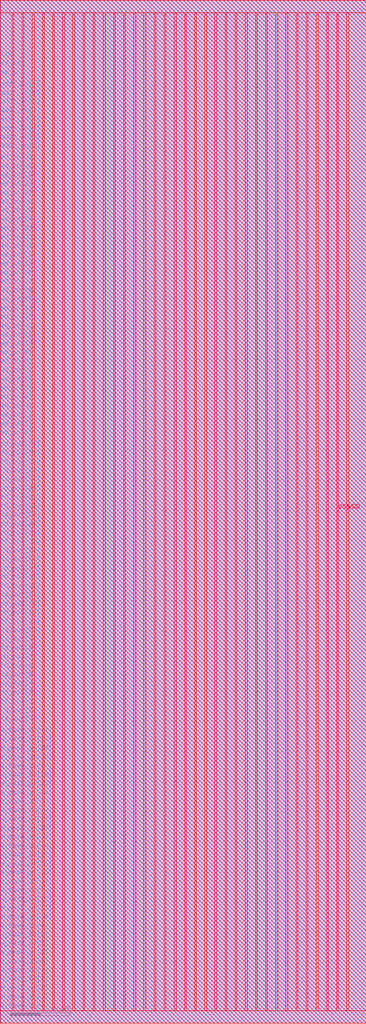
<source format=lef>
VERSION 5.7 ;
BUSBITCHARS "[]" ;
MACRO fakeram45_256x32
  FOREIGN fakeram45_256x32 0 0 ;
  SYMMETRY X Y ;
  SIZE 60.610 BY 169.400 ;
  CLASS BLOCK ;
  PIN w_mask_in[0]
    DIRECTION INPUT ;
    USE SIGNAL ;
    SHAPE ABUTMENT ;
    PORT
      LAYER metal3 ;
      RECT 0.000 2.065 0.070 2.135 ;
    END
  END w_mask_in[0]
  PIN w_mask_in[1]
    DIRECTION INPUT ;
    USE SIGNAL ;
    SHAPE ABUTMENT ;
    PORT
      LAYER metal3 ;
      RECT 0.000 3.535 0.070 3.605 ;
    END
  END w_mask_in[1]
  PIN w_mask_in[2]
    DIRECTION INPUT ;
    USE SIGNAL ;
    SHAPE ABUTMENT ;
    PORT
      LAYER metal3 ;
      RECT 0.000 5.005 0.070 5.075 ;
    END
  END w_mask_in[2]
  PIN w_mask_in[3]
    DIRECTION INPUT ;
    USE SIGNAL ;
    SHAPE ABUTMENT ;
    PORT
      LAYER metal3 ;
      RECT 0.000 6.475 0.070 6.545 ;
    END
  END w_mask_in[3]
  PIN w_mask_in[4]
    DIRECTION INPUT ;
    USE SIGNAL ;
    SHAPE ABUTMENT ;
    PORT
      LAYER metal3 ;
      RECT 0.000 7.945 0.070 8.015 ;
    END
  END w_mask_in[4]
  PIN w_mask_in[5]
    DIRECTION INPUT ;
    USE SIGNAL ;
    SHAPE ABUTMENT ;
    PORT
      LAYER metal3 ;
      RECT 0.000 9.415 0.070 9.485 ;
    END
  END w_mask_in[5]
  PIN w_mask_in[6]
    DIRECTION INPUT ;
    USE SIGNAL ;
    SHAPE ABUTMENT ;
    PORT
      LAYER metal3 ;
      RECT 0.000 10.885 0.070 10.955 ;
    END
  END w_mask_in[6]
  PIN w_mask_in[7]
    DIRECTION INPUT ;
    USE SIGNAL ;
    SHAPE ABUTMENT ;
    PORT
      LAYER metal3 ;
      RECT 0.000 12.355 0.070 12.425 ;
    END
  END w_mask_in[7]
  PIN w_mask_in[8]
    DIRECTION INPUT ;
    USE SIGNAL ;
    SHAPE ABUTMENT ;
    PORT
      LAYER metal3 ;
      RECT 0.000 13.825 0.070 13.895 ;
    END
  END w_mask_in[8]
  PIN w_mask_in[9]
    DIRECTION INPUT ;
    USE SIGNAL ;
    SHAPE ABUTMENT ;
    PORT
      LAYER metal3 ;
      RECT 0.000 15.295 0.070 15.365 ;
    END
  END w_mask_in[9]
  PIN w_mask_in[10]
    DIRECTION INPUT ;
    USE SIGNAL ;
    SHAPE ABUTMENT ;
    PORT
      LAYER metal3 ;
      RECT 0.000 16.765 0.070 16.835 ;
    END
  END w_mask_in[10]
  PIN w_mask_in[11]
    DIRECTION INPUT ;
    USE SIGNAL ;
    SHAPE ABUTMENT ;
    PORT
      LAYER metal3 ;
      RECT 0.000 18.235 0.070 18.305 ;
    END
  END w_mask_in[11]
  PIN w_mask_in[12]
    DIRECTION INPUT ;
    USE SIGNAL ;
    SHAPE ABUTMENT ;
    PORT
      LAYER metal3 ;
      RECT 0.000 19.705 0.070 19.775 ;
    END
  END w_mask_in[12]
  PIN w_mask_in[13]
    DIRECTION INPUT ;
    USE SIGNAL ;
    SHAPE ABUTMENT ;
    PORT
      LAYER metal3 ;
      RECT 0.000 21.175 0.070 21.245 ;
    END
  END w_mask_in[13]
  PIN w_mask_in[14]
    DIRECTION INPUT ;
    USE SIGNAL ;
    SHAPE ABUTMENT ;
    PORT
      LAYER metal3 ;
      RECT 0.000 22.645 0.070 22.715 ;
    END
  END w_mask_in[14]
  PIN w_mask_in[15]
    DIRECTION INPUT ;
    USE SIGNAL ;
    SHAPE ABUTMENT ;
    PORT
      LAYER metal3 ;
      RECT 0.000 24.115 0.070 24.185 ;
    END
  END w_mask_in[15]
  PIN w_mask_in[16]
    DIRECTION INPUT ;
    USE SIGNAL ;
    SHAPE ABUTMENT ;
    PORT
      LAYER metal3 ;
      RECT 0.000 25.585 0.070 25.655 ;
    END
  END w_mask_in[16]
  PIN w_mask_in[17]
    DIRECTION INPUT ;
    USE SIGNAL ;
    SHAPE ABUTMENT ;
    PORT
      LAYER metal3 ;
      RECT 0.000 27.055 0.070 27.125 ;
    END
  END w_mask_in[17]
  PIN w_mask_in[18]
    DIRECTION INPUT ;
    USE SIGNAL ;
    SHAPE ABUTMENT ;
    PORT
      LAYER metal3 ;
      RECT 0.000 28.525 0.070 28.595 ;
    END
  END w_mask_in[18]
  PIN w_mask_in[19]
    DIRECTION INPUT ;
    USE SIGNAL ;
    SHAPE ABUTMENT ;
    PORT
      LAYER metal3 ;
      RECT 0.000 29.995 0.070 30.065 ;
    END
  END w_mask_in[19]
  PIN w_mask_in[20]
    DIRECTION INPUT ;
    USE SIGNAL ;
    SHAPE ABUTMENT ;
    PORT
      LAYER metal3 ;
      RECT 0.000 31.465 0.070 31.535 ;
    END
  END w_mask_in[20]
  PIN w_mask_in[21]
    DIRECTION INPUT ;
    USE SIGNAL ;
    SHAPE ABUTMENT ;
    PORT
      LAYER metal3 ;
      RECT 0.000 32.935 0.070 33.005 ;
    END
  END w_mask_in[21]
  PIN w_mask_in[22]
    DIRECTION INPUT ;
    USE SIGNAL ;
    SHAPE ABUTMENT ;
    PORT
      LAYER metal3 ;
      RECT 0.000 34.405 0.070 34.475 ;
    END
  END w_mask_in[22]
  PIN w_mask_in[23]
    DIRECTION INPUT ;
    USE SIGNAL ;
    SHAPE ABUTMENT ;
    PORT
      LAYER metal3 ;
      RECT 0.000 35.875 0.070 35.945 ;
    END
  END w_mask_in[23]
  PIN w_mask_in[24]
    DIRECTION INPUT ;
    USE SIGNAL ;
    SHAPE ABUTMENT ;
    PORT
      LAYER metal3 ;
      RECT 0.000 37.345 0.070 37.415 ;
    END
  END w_mask_in[24]
  PIN w_mask_in[25]
    DIRECTION INPUT ;
    USE SIGNAL ;
    SHAPE ABUTMENT ;
    PORT
      LAYER metal3 ;
      RECT 0.000 38.815 0.070 38.885 ;
    END
  END w_mask_in[25]
  PIN w_mask_in[26]
    DIRECTION INPUT ;
    USE SIGNAL ;
    SHAPE ABUTMENT ;
    PORT
      LAYER metal3 ;
      RECT 0.000 40.285 0.070 40.355 ;
    END
  END w_mask_in[26]
  PIN w_mask_in[27]
    DIRECTION INPUT ;
    USE SIGNAL ;
    SHAPE ABUTMENT ;
    PORT
      LAYER metal3 ;
      RECT 0.000 41.755 0.070 41.825 ;
    END
  END w_mask_in[27]
  PIN w_mask_in[28]
    DIRECTION INPUT ;
    USE SIGNAL ;
    SHAPE ABUTMENT ;
    PORT
      LAYER metal3 ;
      RECT 0.000 43.225 0.070 43.295 ;
    END
  END w_mask_in[28]
  PIN w_mask_in[29]
    DIRECTION INPUT ;
    USE SIGNAL ;
    SHAPE ABUTMENT ;
    PORT
      LAYER metal3 ;
      RECT 0.000 44.695 0.070 44.765 ;
    END
  END w_mask_in[29]
  PIN w_mask_in[30]
    DIRECTION INPUT ;
    USE SIGNAL ;
    SHAPE ABUTMENT ;
    PORT
      LAYER metal3 ;
      RECT 0.000 46.165 0.070 46.235 ;
    END
  END w_mask_in[30]
  PIN w_mask_in[31]
    DIRECTION INPUT ;
    USE SIGNAL ;
    SHAPE ABUTMENT ;
    PORT
      LAYER metal3 ;
      RECT 0.000 47.635 0.070 47.705 ;
    END
  END w_mask_in[31]
  PIN rd_out[0]
    DIRECTION OUTPUT ;
    USE SIGNAL ;
    SHAPE ABUTMENT ;
    PORT
      LAYER metal3 ;
      RECT 0.000 49.525 0.070 49.595 ;
    END
  END rd_out[0]
  PIN rd_out[1]
    DIRECTION OUTPUT ;
    USE SIGNAL ;
    SHAPE ABUTMENT ;
    PORT
      LAYER metal3 ;
      RECT 0.000 50.995 0.070 51.065 ;
    END
  END rd_out[1]
  PIN rd_out[2]
    DIRECTION OUTPUT ;
    USE SIGNAL ;
    SHAPE ABUTMENT ;
    PORT
      LAYER metal3 ;
      RECT 0.000 52.465 0.070 52.535 ;
    END
  END rd_out[2]
  PIN rd_out[3]
    DIRECTION OUTPUT ;
    USE SIGNAL ;
    SHAPE ABUTMENT ;
    PORT
      LAYER metal3 ;
      RECT 0.000 53.935 0.070 54.005 ;
    END
  END rd_out[3]
  PIN rd_out[4]
    DIRECTION OUTPUT ;
    USE SIGNAL ;
    SHAPE ABUTMENT ;
    PORT
      LAYER metal3 ;
      RECT 0.000 55.405 0.070 55.475 ;
    END
  END rd_out[4]
  PIN rd_out[5]
    DIRECTION OUTPUT ;
    USE SIGNAL ;
    SHAPE ABUTMENT ;
    PORT
      LAYER metal3 ;
      RECT 0.000 56.875 0.070 56.945 ;
    END
  END rd_out[5]
  PIN rd_out[6]
    DIRECTION OUTPUT ;
    USE SIGNAL ;
    SHAPE ABUTMENT ;
    PORT
      LAYER metal3 ;
      RECT 0.000 58.345 0.070 58.415 ;
    END
  END rd_out[6]
  PIN rd_out[7]
    DIRECTION OUTPUT ;
    USE SIGNAL ;
    SHAPE ABUTMENT ;
    PORT
      LAYER metal3 ;
      RECT 0.000 59.815 0.070 59.885 ;
    END
  END rd_out[7]
  PIN rd_out[8]
    DIRECTION OUTPUT ;
    USE SIGNAL ;
    SHAPE ABUTMENT ;
    PORT
      LAYER metal3 ;
      RECT 0.000 61.285 0.070 61.355 ;
    END
  END rd_out[8]
  PIN rd_out[9]
    DIRECTION OUTPUT ;
    USE SIGNAL ;
    SHAPE ABUTMENT ;
    PORT
      LAYER metal3 ;
      RECT 0.000 62.755 0.070 62.825 ;
    END
  END rd_out[9]
  PIN rd_out[10]
    DIRECTION OUTPUT ;
    USE SIGNAL ;
    SHAPE ABUTMENT ;
    PORT
      LAYER metal3 ;
      RECT 0.000 64.225 0.070 64.295 ;
    END
  END rd_out[10]
  PIN rd_out[11]
    DIRECTION OUTPUT ;
    USE SIGNAL ;
    SHAPE ABUTMENT ;
    PORT
      LAYER metal3 ;
      RECT 0.000 65.695 0.070 65.765 ;
    END
  END rd_out[11]
  PIN rd_out[12]
    DIRECTION OUTPUT ;
    USE SIGNAL ;
    SHAPE ABUTMENT ;
    PORT
      LAYER metal3 ;
      RECT 0.000 67.165 0.070 67.235 ;
    END
  END rd_out[12]
  PIN rd_out[13]
    DIRECTION OUTPUT ;
    USE SIGNAL ;
    SHAPE ABUTMENT ;
    PORT
      LAYER metal3 ;
      RECT 0.000 68.635 0.070 68.705 ;
    END
  END rd_out[13]
  PIN rd_out[14]
    DIRECTION OUTPUT ;
    USE SIGNAL ;
    SHAPE ABUTMENT ;
    PORT
      LAYER metal3 ;
      RECT 0.000 70.105 0.070 70.175 ;
    END
  END rd_out[14]
  PIN rd_out[15]
    DIRECTION OUTPUT ;
    USE SIGNAL ;
    SHAPE ABUTMENT ;
    PORT
      LAYER metal3 ;
      RECT 0.000 71.575 0.070 71.645 ;
    END
  END rd_out[15]
  PIN rd_out[16]
    DIRECTION OUTPUT ;
    USE SIGNAL ;
    SHAPE ABUTMENT ;
    PORT
      LAYER metal3 ;
      RECT 0.000 73.045 0.070 73.115 ;
    END
  END rd_out[16]
  PIN rd_out[17]
    DIRECTION OUTPUT ;
    USE SIGNAL ;
    SHAPE ABUTMENT ;
    PORT
      LAYER metal3 ;
      RECT 0.000 74.515 0.070 74.585 ;
    END
  END rd_out[17]
  PIN rd_out[18]
    DIRECTION OUTPUT ;
    USE SIGNAL ;
    SHAPE ABUTMENT ;
    PORT
      LAYER metal3 ;
      RECT 0.000 75.985 0.070 76.055 ;
    END
  END rd_out[18]
  PIN rd_out[19]
    DIRECTION OUTPUT ;
    USE SIGNAL ;
    SHAPE ABUTMENT ;
    PORT
      LAYER metal3 ;
      RECT 0.000 77.455 0.070 77.525 ;
    END
  END rd_out[19]
  PIN rd_out[20]
    DIRECTION OUTPUT ;
    USE SIGNAL ;
    SHAPE ABUTMENT ;
    PORT
      LAYER metal3 ;
      RECT 0.000 78.925 0.070 78.995 ;
    END
  END rd_out[20]
  PIN rd_out[21]
    DIRECTION OUTPUT ;
    USE SIGNAL ;
    SHAPE ABUTMENT ;
    PORT
      LAYER metal3 ;
      RECT 0.000 80.395 0.070 80.465 ;
    END
  END rd_out[21]
  PIN rd_out[22]
    DIRECTION OUTPUT ;
    USE SIGNAL ;
    SHAPE ABUTMENT ;
    PORT
      LAYER metal3 ;
      RECT 0.000 81.865 0.070 81.935 ;
    END
  END rd_out[22]
  PIN rd_out[23]
    DIRECTION OUTPUT ;
    USE SIGNAL ;
    SHAPE ABUTMENT ;
    PORT
      LAYER metal3 ;
      RECT 0.000 83.335 0.070 83.405 ;
    END
  END rd_out[23]
  PIN rd_out[24]
    DIRECTION OUTPUT ;
    USE SIGNAL ;
    SHAPE ABUTMENT ;
    PORT
      LAYER metal3 ;
      RECT 0.000 84.805 0.070 84.875 ;
    END
  END rd_out[24]
  PIN rd_out[25]
    DIRECTION OUTPUT ;
    USE SIGNAL ;
    SHAPE ABUTMENT ;
    PORT
      LAYER metal3 ;
      RECT 0.000 86.275 0.070 86.345 ;
    END
  END rd_out[25]
  PIN rd_out[26]
    DIRECTION OUTPUT ;
    USE SIGNAL ;
    SHAPE ABUTMENT ;
    PORT
      LAYER metal3 ;
      RECT 0.000 87.745 0.070 87.815 ;
    END
  END rd_out[26]
  PIN rd_out[27]
    DIRECTION OUTPUT ;
    USE SIGNAL ;
    SHAPE ABUTMENT ;
    PORT
      LAYER metal3 ;
      RECT 0.000 89.215 0.070 89.285 ;
    END
  END rd_out[27]
  PIN rd_out[28]
    DIRECTION OUTPUT ;
    USE SIGNAL ;
    SHAPE ABUTMENT ;
    PORT
      LAYER metal3 ;
      RECT 0.000 90.685 0.070 90.755 ;
    END
  END rd_out[28]
  PIN rd_out[29]
    DIRECTION OUTPUT ;
    USE SIGNAL ;
    SHAPE ABUTMENT ;
    PORT
      LAYER metal3 ;
      RECT 0.000 92.155 0.070 92.225 ;
    END
  END rd_out[29]
  PIN rd_out[30]
    DIRECTION OUTPUT ;
    USE SIGNAL ;
    SHAPE ABUTMENT ;
    PORT
      LAYER metal3 ;
      RECT 0.000 93.625 0.070 93.695 ;
    END
  END rd_out[30]
  PIN rd_out[31]
    DIRECTION OUTPUT ;
    USE SIGNAL ;
    SHAPE ABUTMENT ;
    PORT
      LAYER metal3 ;
      RECT 0.000 95.095 0.070 95.165 ;
    END
  END rd_out[31]
  PIN wd_in[0]
    DIRECTION INPUT ;
    USE SIGNAL ;
    SHAPE ABUTMENT ;
    PORT
      LAYER metal3 ;
      RECT 0.000 96.985 0.070 97.055 ;
    END
  END wd_in[0]
  PIN wd_in[1]
    DIRECTION INPUT ;
    USE SIGNAL ;
    SHAPE ABUTMENT ;
    PORT
      LAYER metal3 ;
      RECT 0.000 98.455 0.070 98.525 ;
    END
  END wd_in[1]
  PIN wd_in[2]
    DIRECTION INPUT ;
    USE SIGNAL ;
    SHAPE ABUTMENT ;
    PORT
      LAYER metal3 ;
      RECT 0.000 99.925 0.070 99.995 ;
    END
  END wd_in[2]
  PIN wd_in[3]
    DIRECTION INPUT ;
    USE SIGNAL ;
    SHAPE ABUTMENT ;
    PORT
      LAYER metal3 ;
      RECT 0.000 101.395 0.070 101.465 ;
    END
  END wd_in[3]
  PIN wd_in[4]
    DIRECTION INPUT ;
    USE SIGNAL ;
    SHAPE ABUTMENT ;
    PORT
      LAYER metal3 ;
      RECT 0.000 102.865 0.070 102.935 ;
    END
  END wd_in[4]
  PIN wd_in[5]
    DIRECTION INPUT ;
    USE SIGNAL ;
    SHAPE ABUTMENT ;
    PORT
      LAYER metal3 ;
      RECT 0.000 104.335 0.070 104.405 ;
    END
  END wd_in[5]
  PIN wd_in[6]
    DIRECTION INPUT ;
    USE SIGNAL ;
    SHAPE ABUTMENT ;
    PORT
      LAYER metal3 ;
      RECT 0.000 105.805 0.070 105.875 ;
    END
  END wd_in[6]
  PIN wd_in[7]
    DIRECTION INPUT ;
    USE SIGNAL ;
    SHAPE ABUTMENT ;
    PORT
      LAYER metal3 ;
      RECT 0.000 107.275 0.070 107.345 ;
    END
  END wd_in[7]
  PIN wd_in[8]
    DIRECTION INPUT ;
    USE SIGNAL ;
    SHAPE ABUTMENT ;
    PORT
      LAYER metal3 ;
      RECT 0.000 108.745 0.070 108.815 ;
    END
  END wd_in[8]
  PIN wd_in[9]
    DIRECTION INPUT ;
    USE SIGNAL ;
    SHAPE ABUTMENT ;
    PORT
      LAYER metal3 ;
      RECT 0.000 110.215 0.070 110.285 ;
    END
  END wd_in[9]
  PIN wd_in[10]
    DIRECTION INPUT ;
    USE SIGNAL ;
    SHAPE ABUTMENT ;
    PORT
      LAYER metal3 ;
      RECT 0.000 111.685 0.070 111.755 ;
    END
  END wd_in[10]
  PIN wd_in[11]
    DIRECTION INPUT ;
    USE SIGNAL ;
    SHAPE ABUTMENT ;
    PORT
      LAYER metal3 ;
      RECT 0.000 113.155 0.070 113.225 ;
    END
  END wd_in[11]
  PIN wd_in[12]
    DIRECTION INPUT ;
    USE SIGNAL ;
    SHAPE ABUTMENT ;
    PORT
      LAYER metal3 ;
      RECT 0.000 114.625 0.070 114.695 ;
    END
  END wd_in[12]
  PIN wd_in[13]
    DIRECTION INPUT ;
    USE SIGNAL ;
    SHAPE ABUTMENT ;
    PORT
      LAYER metal3 ;
      RECT 0.000 116.095 0.070 116.165 ;
    END
  END wd_in[13]
  PIN wd_in[14]
    DIRECTION INPUT ;
    USE SIGNAL ;
    SHAPE ABUTMENT ;
    PORT
      LAYER metal3 ;
      RECT 0.000 117.565 0.070 117.635 ;
    END
  END wd_in[14]
  PIN wd_in[15]
    DIRECTION INPUT ;
    USE SIGNAL ;
    SHAPE ABUTMENT ;
    PORT
      LAYER metal3 ;
      RECT 0.000 119.035 0.070 119.105 ;
    END
  END wd_in[15]
  PIN wd_in[16]
    DIRECTION INPUT ;
    USE SIGNAL ;
    SHAPE ABUTMENT ;
    PORT
      LAYER metal3 ;
      RECT 0.000 120.505 0.070 120.575 ;
    END
  END wd_in[16]
  PIN wd_in[17]
    DIRECTION INPUT ;
    USE SIGNAL ;
    SHAPE ABUTMENT ;
    PORT
      LAYER metal3 ;
      RECT 0.000 121.975 0.070 122.045 ;
    END
  END wd_in[17]
  PIN wd_in[18]
    DIRECTION INPUT ;
    USE SIGNAL ;
    SHAPE ABUTMENT ;
    PORT
      LAYER metal3 ;
      RECT 0.000 123.445 0.070 123.515 ;
    END
  END wd_in[18]
  PIN wd_in[19]
    DIRECTION INPUT ;
    USE SIGNAL ;
    SHAPE ABUTMENT ;
    PORT
      LAYER metal3 ;
      RECT 0.000 124.915 0.070 124.985 ;
    END
  END wd_in[19]
  PIN wd_in[20]
    DIRECTION INPUT ;
    USE SIGNAL ;
    SHAPE ABUTMENT ;
    PORT
      LAYER metal3 ;
      RECT 0.000 126.385 0.070 126.455 ;
    END
  END wd_in[20]
  PIN wd_in[21]
    DIRECTION INPUT ;
    USE SIGNAL ;
    SHAPE ABUTMENT ;
    PORT
      LAYER metal3 ;
      RECT 0.000 127.855 0.070 127.925 ;
    END
  END wd_in[21]
  PIN wd_in[22]
    DIRECTION INPUT ;
    USE SIGNAL ;
    SHAPE ABUTMENT ;
    PORT
      LAYER metal3 ;
      RECT 0.000 129.325 0.070 129.395 ;
    END
  END wd_in[22]
  PIN wd_in[23]
    DIRECTION INPUT ;
    USE SIGNAL ;
    SHAPE ABUTMENT ;
    PORT
      LAYER metal3 ;
      RECT 0.000 130.795 0.070 130.865 ;
    END
  END wd_in[23]
  PIN wd_in[24]
    DIRECTION INPUT ;
    USE SIGNAL ;
    SHAPE ABUTMENT ;
    PORT
      LAYER metal3 ;
      RECT 0.000 132.265 0.070 132.335 ;
    END
  END wd_in[24]
  PIN wd_in[25]
    DIRECTION INPUT ;
    USE SIGNAL ;
    SHAPE ABUTMENT ;
    PORT
      LAYER metal3 ;
      RECT 0.000 133.735 0.070 133.805 ;
    END
  END wd_in[25]
  PIN wd_in[26]
    DIRECTION INPUT ;
    USE SIGNAL ;
    SHAPE ABUTMENT ;
    PORT
      LAYER metal3 ;
      RECT 0.000 135.205 0.070 135.275 ;
    END
  END wd_in[26]
  PIN wd_in[27]
    DIRECTION INPUT ;
    USE SIGNAL ;
    SHAPE ABUTMENT ;
    PORT
      LAYER metal3 ;
      RECT 0.000 136.675 0.070 136.745 ;
    END
  END wd_in[27]
  PIN wd_in[28]
    DIRECTION INPUT ;
    USE SIGNAL ;
    SHAPE ABUTMENT ;
    PORT
      LAYER metal3 ;
      RECT 0.000 138.145 0.070 138.215 ;
    END
  END wd_in[28]
  PIN wd_in[29]
    DIRECTION INPUT ;
    USE SIGNAL ;
    SHAPE ABUTMENT ;
    PORT
      LAYER metal3 ;
      RECT 0.000 139.615 0.070 139.685 ;
    END
  END wd_in[29]
  PIN wd_in[30]
    DIRECTION INPUT ;
    USE SIGNAL ;
    SHAPE ABUTMENT ;
    PORT
      LAYER metal3 ;
      RECT 0.000 141.085 0.070 141.155 ;
    END
  END wd_in[30]
  PIN wd_in[31]
    DIRECTION INPUT ;
    USE SIGNAL ;
    SHAPE ABUTMENT ;
    PORT
      LAYER metal3 ;
      RECT 0.000 142.555 0.070 142.625 ;
    END
  END wd_in[31]
  PIN addr_in[0]
    DIRECTION INPUT ;
    USE SIGNAL ;
    SHAPE ABUTMENT ;
    PORT
      LAYER metal3 ;
      RECT 0.000 144.445 0.070 144.515 ;
    END
  END addr_in[0]
  PIN addr_in[1]
    DIRECTION INPUT ;
    USE SIGNAL ;
    SHAPE ABUTMENT ;
    PORT
      LAYER metal3 ;
      RECT 0.000 145.915 0.070 145.985 ;
    END
  END addr_in[1]
  PIN addr_in[2]
    DIRECTION INPUT ;
    USE SIGNAL ;
    SHAPE ABUTMENT ;
    PORT
      LAYER metal3 ;
      RECT 0.000 147.385 0.070 147.455 ;
    END
  END addr_in[2]
  PIN addr_in[3]
    DIRECTION INPUT ;
    USE SIGNAL ;
    SHAPE ABUTMENT ;
    PORT
      LAYER metal3 ;
      RECT 0.000 148.855 0.070 148.925 ;
    END
  END addr_in[3]
  PIN addr_in[4]
    DIRECTION INPUT ;
    USE SIGNAL ;
    SHAPE ABUTMENT ;
    PORT
      LAYER metal3 ;
      RECT 0.000 150.325 0.070 150.395 ;
    END
  END addr_in[4]
  PIN addr_in[5]
    DIRECTION INPUT ;
    USE SIGNAL ;
    SHAPE ABUTMENT ;
    PORT
      LAYER metal3 ;
      RECT 0.000 151.795 0.070 151.865 ;
    END
  END addr_in[5]
  PIN addr_in[6]
    DIRECTION INPUT ;
    USE SIGNAL ;
    SHAPE ABUTMENT ;
    PORT
      LAYER metal3 ;
      RECT 0.000 153.265 0.070 153.335 ;
    END
  END addr_in[6]
  PIN addr_in[7]
    DIRECTION INPUT ;
    USE SIGNAL ;
    SHAPE ABUTMENT ;
    PORT
      LAYER metal3 ;
      RECT 0.000 154.735 0.070 154.805 ;
    END
  END addr_in[7]
  PIN we_in
    DIRECTION INPUT ;
    USE SIGNAL ;
    SHAPE ABUTMENT ;
    PORT
      LAYER metal3 ;
      RECT 0.000 156.625 0.070 156.695 ;
    END
  END we_in
  PIN ce_in
    DIRECTION INPUT ;
    USE SIGNAL ;
    SHAPE ABUTMENT ;
    PORT
      LAYER metal3 ;
      RECT 0.000 158.095 0.070 158.165 ;
    END
  END ce_in
  PIN clk
    DIRECTION INPUT ;
    USE SIGNAL ;
    SHAPE ABUTMENT ;
    PORT
      LAYER metal3 ;
      RECT 0.000 159.565 0.070 159.635 ;
    END
  END clk
  PIN VSS
    DIRECTION INOUT ;
    USE GROUND ;
    PORT
      LAYER metal4 ;
      RECT 1.960 2.100 2.240 167.300 ;
      RECT 5.320 2.100 5.600 167.300 ;
      RECT 8.680 2.100 8.960 167.300 ;
      RECT 12.040 2.100 12.320 167.300 ;
      RECT 15.400 2.100 15.680 167.300 ;
      RECT 18.760 2.100 19.040 167.300 ;
      RECT 22.120 2.100 22.400 167.300 ;
      RECT 25.480 2.100 25.760 167.300 ;
      RECT 28.840 2.100 29.120 167.300 ;
      RECT 32.200 2.100 32.480 167.300 ;
      RECT 35.560 2.100 35.840 167.300 ;
      RECT 38.920 2.100 39.200 167.300 ;
      RECT 42.280 2.100 42.560 167.300 ;
      RECT 45.640 2.100 45.920 167.300 ;
      RECT 49.000 2.100 49.280 167.300 ;
      RECT 52.360 2.100 52.640 167.300 ;
      RECT 55.720 2.100 56.000 167.300 ;
    END
  END VSS
  PIN VDD
    DIRECTION INOUT ;
    USE POWER ;
    PORT
      LAYER metal4 ;
      RECT 3.640 2.100 3.920 167.300 ;
      RECT 7.000 2.100 7.280 167.300 ;
      RECT 10.360 2.100 10.640 167.300 ;
      RECT 13.720 2.100 14.000 167.300 ;
      RECT 17.080 2.100 17.360 167.300 ;
      RECT 20.440 2.100 20.720 167.300 ;
      RECT 23.800 2.100 24.080 167.300 ;
      RECT 27.160 2.100 27.440 167.300 ;
      RECT 30.520 2.100 30.800 167.300 ;
      RECT 33.880 2.100 34.160 167.300 ;
      RECT 37.240 2.100 37.520 167.300 ;
      RECT 40.600 2.100 40.880 167.300 ;
      RECT 43.960 2.100 44.240 167.300 ;
      RECT 47.320 2.100 47.600 167.300 ;
      RECT 50.680 2.100 50.960 167.300 ;
      RECT 54.040 2.100 54.320 167.300 ;
      RECT 57.400 2.100 57.680 167.300 ;
    END
  END VDD
  OBS
    LAYER metal1 ;
    RECT 0 0 60.610 169.400 ;
    LAYER metal2 ;
    RECT 0 0 60.610 169.400 ;
    LAYER metal3 ;
    RECT 0.070 0 60.610 169.400 ;
    RECT 0 0.000 0.070 2.065 ;
    RECT 0 2.135 0.070 3.535 ;
    RECT 0 3.605 0.070 5.005 ;
    RECT 0 5.075 0.070 6.475 ;
    RECT 0 6.545 0.070 7.945 ;
    RECT 0 8.015 0.070 9.415 ;
    RECT 0 9.485 0.070 10.885 ;
    RECT 0 10.955 0.070 12.355 ;
    RECT 0 12.425 0.070 13.825 ;
    RECT 0 13.895 0.070 15.295 ;
    RECT 0 15.365 0.070 16.765 ;
    RECT 0 16.835 0.070 18.235 ;
    RECT 0 18.305 0.070 19.705 ;
    RECT 0 19.775 0.070 21.175 ;
    RECT 0 21.245 0.070 22.645 ;
    RECT 0 22.715 0.070 24.115 ;
    RECT 0 24.185 0.070 25.585 ;
    RECT 0 25.655 0.070 27.055 ;
    RECT 0 27.125 0.070 28.525 ;
    RECT 0 28.595 0.070 29.995 ;
    RECT 0 30.065 0.070 31.465 ;
    RECT 0 31.535 0.070 32.935 ;
    RECT 0 33.005 0.070 34.405 ;
    RECT 0 34.475 0.070 35.875 ;
    RECT 0 35.945 0.070 37.345 ;
    RECT 0 37.415 0.070 38.815 ;
    RECT 0 38.885 0.070 40.285 ;
    RECT 0 40.355 0.070 41.755 ;
    RECT 0 41.825 0.070 43.225 ;
    RECT 0 43.295 0.070 44.695 ;
    RECT 0 44.765 0.070 46.165 ;
    RECT 0 46.235 0.070 47.635 ;
    RECT 0 47.705 0.070 49.525 ;
    RECT 0 49.595 0.070 50.995 ;
    RECT 0 51.065 0.070 52.465 ;
    RECT 0 52.535 0.070 53.935 ;
    RECT 0 54.005 0.070 55.405 ;
    RECT 0 55.475 0.070 56.875 ;
    RECT 0 56.945 0.070 58.345 ;
    RECT 0 58.415 0.070 59.815 ;
    RECT 0 59.885 0.070 61.285 ;
    RECT 0 61.355 0.070 62.755 ;
    RECT 0 62.825 0.070 64.225 ;
    RECT 0 64.295 0.070 65.695 ;
    RECT 0 65.765 0.070 67.165 ;
    RECT 0 67.235 0.070 68.635 ;
    RECT 0 68.705 0.070 70.105 ;
    RECT 0 70.175 0.070 71.575 ;
    RECT 0 71.645 0.070 73.045 ;
    RECT 0 73.115 0.070 74.515 ;
    RECT 0 74.585 0.070 75.985 ;
    RECT 0 76.055 0.070 77.455 ;
    RECT 0 77.525 0.070 78.925 ;
    RECT 0 78.995 0.070 80.395 ;
    RECT 0 80.465 0.070 81.865 ;
    RECT 0 81.935 0.070 83.335 ;
    RECT 0 83.405 0.070 84.805 ;
    RECT 0 84.875 0.070 86.275 ;
    RECT 0 86.345 0.070 87.745 ;
    RECT 0 87.815 0.070 89.215 ;
    RECT 0 89.285 0.070 90.685 ;
    RECT 0 90.755 0.070 92.155 ;
    RECT 0 92.225 0.070 93.625 ;
    RECT 0 93.695 0.070 95.095 ;
    RECT 0 95.165 0.070 96.985 ;
    RECT 0 97.055 0.070 98.455 ;
    RECT 0 98.525 0.070 99.925 ;
    RECT 0 99.995 0.070 101.395 ;
    RECT 0 101.465 0.070 102.865 ;
    RECT 0 102.935 0.070 104.335 ;
    RECT 0 104.405 0.070 105.805 ;
    RECT 0 105.875 0.070 107.275 ;
    RECT 0 107.345 0.070 108.745 ;
    RECT 0 108.815 0.070 110.215 ;
    RECT 0 110.285 0.070 111.685 ;
    RECT 0 111.755 0.070 113.155 ;
    RECT 0 113.225 0.070 114.625 ;
    RECT 0 114.695 0.070 116.095 ;
    RECT 0 116.165 0.070 117.565 ;
    RECT 0 117.635 0.070 119.035 ;
    RECT 0 119.105 0.070 120.505 ;
    RECT 0 120.575 0.070 121.975 ;
    RECT 0 122.045 0.070 123.445 ;
    RECT 0 123.515 0.070 124.915 ;
    RECT 0 124.985 0.070 126.385 ;
    RECT 0 126.455 0.070 127.855 ;
    RECT 0 127.925 0.070 129.325 ;
    RECT 0 129.395 0.070 130.795 ;
    RECT 0 130.865 0.070 132.265 ;
    RECT 0 132.335 0.070 133.735 ;
    RECT 0 133.805 0.070 135.205 ;
    RECT 0 135.275 0.070 136.675 ;
    RECT 0 136.745 0.070 138.145 ;
    RECT 0 138.215 0.070 139.615 ;
    RECT 0 139.685 0.070 141.085 ;
    RECT 0 141.155 0.070 142.555 ;
    RECT 0 142.625 0.070 144.445 ;
    RECT 0 144.515 0.070 145.915 ;
    RECT 0 145.985 0.070 147.385 ;
    RECT 0 147.455 0.070 148.855 ;
    RECT 0 148.925 0.070 150.325 ;
    RECT 0 150.395 0.070 151.795 ;
    RECT 0 151.865 0.070 153.265 ;
    RECT 0 153.335 0.070 154.735 ;
    RECT 0 154.805 0.070 156.625 ;
    RECT 0 156.695 0.070 158.095 ;
    RECT 0 158.165 0.070 159.565 ;
    RECT 0 159.635 0.070 169.400 ;
    LAYER metal4 ;
    RECT 0 0 60.610 2.100 ;
    RECT 0 167.300 60.610 169.400 ;
    RECT 0.000 2.100 1.960 167.300 ;
    RECT 2.240 2.100 3.640 167.300 ;
    RECT 3.920 2.100 5.320 167.300 ;
    RECT 5.600 2.100 7.000 167.300 ;
    RECT 7.280 2.100 8.680 167.300 ;
    RECT 8.960 2.100 10.360 167.300 ;
    RECT 10.640 2.100 12.040 167.300 ;
    RECT 12.320 2.100 13.720 167.300 ;
    RECT 14.000 2.100 15.400 167.300 ;
    RECT 15.680 2.100 17.080 167.300 ;
    RECT 17.360 2.100 18.760 167.300 ;
    RECT 19.040 2.100 20.440 167.300 ;
    RECT 20.720 2.100 22.120 167.300 ;
    RECT 22.400 2.100 23.800 167.300 ;
    RECT 24.080 2.100 25.480 167.300 ;
    RECT 25.760 2.100 27.160 167.300 ;
    RECT 27.440 2.100 28.840 167.300 ;
    RECT 29.120 2.100 30.520 167.300 ;
    RECT 30.800 2.100 32.200 167.300 ;
    RECT 32.480 2.100 33.880 167.300 ;
    RECT 34.160 2.100 35.560 167.300 ;
    RECT 35.840 2.100 37.240 167.300 ;
    RECT 37.520 2.100 38.920 167.300 ;
    RECT 39.200 2.100 40.600 167.300 ;
    RECT 40.880 2.100 42.280 167.300 ;
    RECT 42.560 2.100 43.960 167.300 ;
    RECT 44.240 2.100 45.640 167.300 ;
    RECT 45.920 2.100 47.320 167.300 ;
    RECT 47.600 2.100 49.000 167.300 ;
    RECT 49.280 2.100 50.680 167.300 ;
    RECT 50.960 2.100 52.360 167.300 ;
    RECT 52.640 2.100 54.040 167.300 ;
    RECT 54.320 2.100 55.720 167.300 ;
    RECT 56.000 2.100 57.400 167.300 ;
    RECT 57.680 2.100 60.610 167.300 ;
    LAYER OVERLAP ;
    RECT 0 0 60.610 169.400 ;
  END
END fakeram45_256x32

END LIBRARY

</source>
